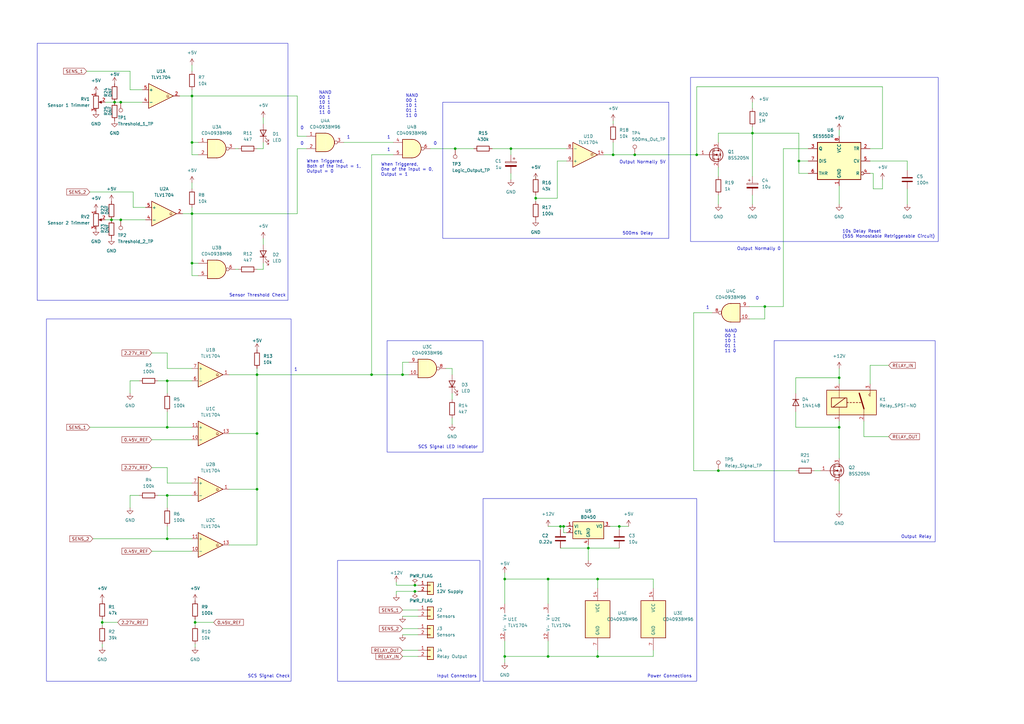
<source format=kicad_sch>
(kicad_sch (version 20250114) (generator "eeschema") (generator_version "9.0")
  (paper "A3")
  (title_block (title "BSPD") (date "2024-06-09") (rev "V4.0") (company "Manchester Stinger Motorsports"))
  (lib_symbols
    (symbol "74xx:74HC00" (pin_names (offset 1.016))
      (property "Reference" "U" (at 0 1.27 0))
      (property "Value" "74HC00" (at 0 -1.27 0))
      (symbol "74HC00_1_1"
        (pin input line (at -7.62 2.54 0) (length 3.81) (name "~") (number "1"))
        (pin input line (at -7.62 -2.54 0) (length 3.81) (name "~") (number "2"))
        (pin output inverted (at 7.62 0 180) (length 3.81) (name "~") (number "3"))
      )
      (symbol "74HC00_1_2"
        (pin input inverted (at -7.62 2.54 0) (length 4.318) (name "~") (number "1"))
        (pin input inverted (at -7.62 -2.54 0) (length 4.318) (name "~") (number "2"))
        (pin output line (at 7.62 0 180) (length 3.81) (name "~") (number "3"))
      )
      (symbol "74HC00_2_1"
        (pin input line (at -7.62 2.54 0) (length 3.81) (name "~") (number "4"))
        (pin input line (at -7.62 -2.54 0) (length 3.81) (name "~") (number "5"))
        (pin output inverted (at 7.62 0 180) (length 3.81) (name "~") (number "6"))
      )
      (symbol "74HC00_2_2"
        (pin input inverted (at -7.62 2.54 0) (length 4.318) (name "~") (number "4"))
        (pin input inverted (at -7.62 -2.54 0) (length 4.318) (name "~") (number "5"))
        (pin output line (at 7.62 0 180) (length 3.81) (name "~") (number "6"))
      )
      (symbol "74HC00_3_1"
        (pin input line (at -7.62 2.54 0) (length 3.81) (name "~") (number "9"))
        (pin input line (at -7.62 -2.54 0) (length 3.81) (name "~") (number "10"))
        (pin output inverted (at 7.62 0 180) (length 3.81) (name "~") (number "8"))
      )
      (symbol "74HC00_3_2"
        (pin input inverted (at -7.62 2.54 0) (length 4.318) (name "~") (number "9"))
        (pin input inverted (at -7.62 -2.54 0) (length 4.318) (name "~") (number "10"))
        (pin output line (at 7.62 0 180) (length 3.81) (name "~") (number "8"))
      )
      (symbol "74HC00_4_1"
        (pin input line (at -7.62 2.54 0) (length 3.81) (name "~") (number "12"))
        (pin input line (at -7.62 -2.54 0) (length 3.81) (name "~") (number "13"))
        (pin output inverted (at 7.62 0 180) (length 3.81) (name "~") (number "11"))
      )
      (symbol "74HC00_4_2"
        (pin input inverted (at -7.62 2.54 0) (length 4.318) (name "~") (number "12"))
        (pin input inverted (at -7.62 -2.54 0) (length 4.318) (name "~") (number "13"))
        (pin output line (at 7.62 0 180) (length 3.81) (name "~") (number "11"))
      )
      (symbol "74HC00_5_0"
        (pin power_in line (at 0 12.7 270) (length 5.08) (name "VCC") (number "14"))
        (pin power_in line (at 0 -12.7 90) (length 5.08) (name "GND") (number "7"))
      )
    )
    (symbol "Comparator:LM339" (pin_names (offset 0.127))
      (property "Reference" "U" (at 0 5.08 0))
      (property "Value" "LM339" (at 0 -5.08 0))
      (symbol "LM339_1_1"
        (pin input line (at -7.62 2.54 0) (length 2.54) (name "+") (number "5"))
        (pin input line (at -7.62 -2.54 0) (length 2.54) (name "-") (number "4"))
        (pin open_collector line (at 7.62 0 180) (length 2.54) (name "~") (number "2"))
      )
      (symbol "LM339_2_1"
        (pin input line (at -7.62 2.54 0) (length 2.54) (name "+") (number "7"))
        (pin input line (at -7.62 -2.54 0) (length 2.54) (name "-") (number "6"))
        (pin open_collector line (at 7.62 0 180) (length 2.54) (name "~") (number "1"))
      )
      (symbol "LM339_3_1"
        (pin input line (at -7.62 2.54 0) (length 2.54) (name "+") (number "11"))
        (pin input line (at -7.62 -2.54 0) (length 2.54) (name "-") (number "10"))
        (pin open_collector line (at 7.62 0 180) (length 2.54) (name "~") (number "13"))
      )
      (symbol "LM339_4_1"
        (pin input line (at -7.62 2.54 0) (length 2.54) (name "+") (number "9"))
        (pin input line (at -7.62 -2.54 0) (length 2.54) (name "-") (number "8"))
        (pin open_collector line (at 7.62 0 180) (length 2.54) (name "~") (number "14"))
      )
      (symbol "LM339_5_1"
        (pin power_in line (at -2.54 7.62 270) (length 3.81) (name "V+") (number "3"))
        (pin power_in line (at -2.54 -7.62 90) (length 3.81) (name "V-") (number "12"))
      )
    )
    (symbol "Connector:TestPoint" (pin_numbers (hide yes)) (pin_names (offset 0.762) (hide yes))
      (property "Reference" "TP" (at 0 6.858 0))
      (property "Value" "TestPoint" (at 0 5.08 0))
      (symbol "TestPoint_1_1"
        (pin passive line (at 0 0 90) (length 2.54) (name "1") (number "1"))
      )
    )
    (symbol "Connector_Generic:Conn_01x02" (pin_names (offset 1.016) (hide yes))
      (property "Reference" "J" (at 0 2.54 0))
      (property "Value" "Conn_01x02" (at 0 -5.08 0))
      (symbol "Conn_01x02_1_1"
        (pin passive line (at -5.08 0 0) (length 3.81) (name "Pin_1") (number "1"))
        (pin passive line (at -5.08 -2.54 0) (length 3.81) (name "Pin_2") (number "2"))
      )
    )
    (symbol "Custom_MSM:MOSFET_N-CH" (pin_names (offset 0) (hide yes))
      (property "Reference" "Q" (at 5.08 1.905 0))
      (property "Value" "BSS205N" (at 5.08 0 0))
      (symbol "MOSFET_N-CH_1_1"
        (pin input line (at -5.08 0 0) (length 2.54) (name "G") (number "1"))
        (pin passive line (at 2.54 5.08 270) (length 2.54) (name "D") (number "3"))
        (pin passive line (at 2.54 -5.08 90) (length 2.54) (name "S") (number "2"))
      )
    )
    (symbol "Custom_MSM:Regulator_Linear_5V"
      (property "Reference" "U" (at -6.35 6.35 0))
      (property "Value" "BD450" (at -6.35 3.81 0))
      (symbol "Regulator_Linear_5V_1_1"
        (pin power_in line (at -8.89 0 0) (length 2.54) (name "VI") (number "1"))
        (pin power_in line (at -8.89 -2.54 0) (length 2.54) (name "CTL") (number "2"))
        (pin power_in line (at 0 -7.62 90) (length 2.54) (name "GND") (number "4"))
        (pin power_out line (at 8.89 0 180) (length 2.54) (name "VO") (number "3"))
      )
    )
    (symbol "Device:C" (pin_numbers (hide yes)) (pin_names (offset 0.254))
      (property "Reference" "C" (at 0.635 2.54 0))
      (property "Value" "C" (at 0.635 -2.54 0))
      (symbol "C_1_1"
        (pin passive line (at 0 3.81 270) (length 2.794) (name "~") (number "1"))
        (pin passive line (at 0 -3.81 90) (length 2.794) (name "~") (number "2"))
      )
    )
    (symbol "Device:C_Polarized" (pin_numbers (hide yes)) (pin_names (offset 0.254))
      (property "Reference" "C" (at 0.635 2.54 0))
      (property "Value" "C_Polarized" (at 0.635 -2.54 0))
      (symbol "C_Polarized_1_1"
        (pin passive line (at 0 3.81 270) (length 2.794) (name "~") (number "1"))
        (pin passive line (at 0 -3.81 90) (length 2.794) (name "~") (number "2"))
      )
    )
    (symbol "Device:LED" (pin_numbers (hide yes)) (pin_names (offset 1.016) (hide yes))
      (property "Reference" "D" (at 0 2.54 0))
      (property "Value" "LED" (at 0 -2.54 0))
      (symbol "LED_1_1"
        (pin passive line (at -3.81 0 0) (length 2.54) (name "K") (number "1"))
        (pin passive line (at 3.81 0 180) (length 2.54) (name "A") (number "2"))
      )
    )
    (symbol "Device:R" (pin_numbers (hide yes)) (pin_names (offset 0))
      (property "Reference" "R" (at 2.032 0 90))
      (property "Value" "R" (at 0 0 90))
      (symbol "R_1_1"
        (pin passive line (at 0 3.81 270) (length 1.27) (name "~") (number "1"))
        (pin passive line (at 0 -3.81 90) (length 1.27) (name "~") (number "2"))
      )
    )
    (symbol "Device:R_Potentiometer" (pin_names (offset 1.016) (hide yes))
      (property "Reference" "RV" (at -4.445 0 90))
      (property "Value" "R_Potentiometer" (at -2.54 0 90))
      (symbol "R_Potentiometer_1_1"
        (pin passive line (at 0 3.81 270) (length 1.27) (name "1") (number "1"))
        (pin passive line (at 0 -3.81 90) (length 1.27) (name "3") (number "3"))
        (pin passive line (at 3.81 0 180) (length 1.27) (name "2") (number "2"))
      )
    )
    (symbol "Diode:1N4148" (pin_numbers (hide yes)) (pin_names (hide yes))
      (property "Reference" "D" (at 0 2.54 0))
      (property "Value" "1N4148" (at 0 -2.54 0))
      (symbol "1N4148_1_1"
        (pin passive line (at -3.81 0 0) (length 2.54) (name "K") (number "1"))
        (pin passive line (at 3.81 0 180) (length 2.54) (name "A") (number "2"))
      )
    )
    (symbol "Relay:Relay_SPST-NO"
      (property "Reference" "K1" (at 11.43 1.27 0))
      (property "Value" "Relay_SPST-NO" (at 11.43 -1.27 0))
      (symbol "Relay_SPST-NO_1_1"
        (pin passive line (at -5.08 7.62 270) (length 2.54) (name "~") (number "5"))
        (pin passive line (at -5.08 -7.62 90) (length 2.54) (name "~") (number "1"))
        (pin passive line (at 5.08 -7.62 90) (length 2.54) (name "~") (number "2"))
        (pin passive line (at 7.62 7.62 270) (length 2.54) (name "~") (number "3"))
      )
    )
    (symbol "Timer:LM555xN"
      (property "Reference" "U" (at -10.16 8.89 0))
      (property "Value" "LM555xN" (at 2.54 8.89 0))
      (symbol "LM555xN_0_0"
        (pin power_in line (at 0 10.16 270) (length 2.54) (name "VCC") (number "8"))
        (pin power_in line (at 0 -10.16 90) (length 2.54) (name "GND") (number "1"))
      )
      (symbol "LM555xN_1_1"
        (pin input line (at -12.7 5.08 0) (length 3.81) (name "TR") (number "2"))
        (pin input line (at -12.7 0 0) (length 3.81) (name "CV") (number "5"))
        (pin input inverted (at -12.7 -5.08 0) (length 3.81) (name "R") (number "4"))
        (pin output line (at 12.7 5.08 180) (length 3.81) (name "Q") (number "3"))
        (pin input line (at 12.7 0 180) (length 3.81) (name "DIS") (number "7"))
        (pin input line (at 12.7 -5.08 180) (length 3.81) (name "THR") (number "6"))
      )
    )
    (symbol "power:+12V" (power) (pin_names (offset 0))
      (property "Value" "+12V" (at 0 3.556 0))
      (symbol "+12V_1_1"
        (pin power_in line (at 0 0 90) (length 0) (hide yes) (name "+12V") (number "1"))
      )
    )
    (symbol "power:+5V" (power) (pin_names (offset 0))
      (property "Value" "+5V" (at 0 3.556 0))
      (symbol "+5V_1_1"
        (pin power_in line (at 0 0 90) (length 0) (hide yes) (name "+5V") (number "1"))
      )
    )
    (symbol "power:GND" (power) (pin_names (offset 0))
      (property "Value" "GND" (at 0 -3.81 0))
      (symbol "GND_1_1"
        (pin power_in line (at 0 0 270) (length 0) (hide yes) (name "GND") (number "1"))
      )
    )
    (symbol "power:PWR_FLAG" (power) (pin_numbers (hide yes)) (pin_names (offset 0) (hide yes))
      (property "Value" "PWR_FLAG" (at 0 3.81 0))
      (symbol "PWR_FLAG_0_0"
        (pin power_out line (at 0 0 90) (length 0) (name "pwr") (number "1"))
      )
    )
  )
  (rectangle (start 19.05 130.81) (end 119.38 279.4))
  (rectangle (start 138.43 229.87) (end 196.85 279.4))
  (rectangle (start 317.5 139.7) (end 383.54 222.25))
  (rectangle (start 283.21 31.75) (end 384.81 99.06))
  (rectangle (start 15.24 17.78) (end 118.11 123.19))
  (rectangle (start 198.12 204.47) (end 285.75 279.4))
  (rectangle (start 181.61 41.91) (end 274.32 97.79))
  (rectangle (start 158.75 139.7) (end 198.12 185.42))
  (text "SCS Signal Check" (at 101.6 278.13 0) (effects (font (size 1.27 1.27)) (justify left bottom)))
  (text "0" (at 177.8 59.69 0) (effects (font (size 1.27 1.27)) (justify left bottom)))
  (text "1" (at 142.24 57.15 0) (effects (font (size 1.27 1.27)) (justify left bottom)))
  (text "When Triggered, \nBoth of the input = 1, \nOutput = 0\n" (at 125.73 71.12 0) (effects (font (size 1.27 1.27)) (justify left bottom)))
  (text "500ms Delay" (at 255.27 96.52 0) (effects (font (size 1.27 1.27)) (justify left bottom)))
  (text "Output Relay" (at 369.57 220.98 0) (effects (font (size 1.27 1.27)) (justify left bottom)))
  (text "0" (at 123.19 59.69 0) (effects (font (size 1.27 1.27)) (justify left bottom)))
  (text "SCS Signal LED Indicator" (at 171.45 184.15 0) (effects (font (size 1.27 1.27)) (justify left bottom)))
  (text "1" (at 158.75 57.15 0) (effects (font (size 1.27 1.27)) (justify left bottom)))
  (text "Power Connections" (at 265.43 278.13 0) (effects (font (size 1.27 1.27)) (justify left bottom)))
  (text "NAND\n00 1\n10 1\n01 1\n11 0\n" (at 130.81 46.99 0) (effects (font (size 1.27 1.27)) (justify left bottom)))
  (text "Sensor Threshold Check" (at 93.98 121.92 0) (effects (font (size 1.27 1.27)) (justify left bottom)))
  (text "0" (at 309.88 123.19 0) (effects (font (size 1.27 1.27)) (justify left bottom)))
  (text "NAND\n00 1\n10 1\n01 1\n11 0\n" (at 297.18 144.78 0) (effects (font (size 1.27 1.27)) (justify left bottom)))
  (text "1" (at 120.65 152.4 0) (effects (font (size 1.27 1.27)) (justify left bottom)))
  (text "Output Normally 5V" (at 254 67.31 0) (effects (font (size 1.27 1.27)) (justify left bottom)))
  (text "Input Connectors\n" (at 179.07 278.13 0) (effects (font (size 1.27 1.27)) (justify left bottom)))
  (text "When Triggered, \n0ne of the input = 0, \nOutput = 1\n" (at 156.21 72.39 0) (effects (font (size 1.27 1.27)) (justify left bottom)))
  (text "10s Delay Reset\n(555 Monostable Retriggerable Circuit)" (at 345.44 97.79 0) (effects (font (size 1.27 1.27)) (justify left bottom)))
  (text "Output Normally 0" (at 302.26 102.87 0) (effects (font (size 1.27 1.27)) (justify left bottom)))
  (text "1" (at 289.56 127 0) (effects (font (size 1.27 1.27)) (justify left bottom)))
  (text "NAND\n00 1\n10 1\n01 1\n11 0\n" (at 166.37 48.26 0) (effects (font (size 1.27 1.27)) (justify left bottom)))
  (text "1" (at 158.75 62.23 0) (effects (font (size 1.27 1.27)) (justify left bottom)))
  (text "0" (at 123.19 53.34 0) (effects (font (size 1.27 1.27)) (justify left bottom)))
  (junction (at 294.64 193.04))
  (junction (at 245.11 269.24))
  (junction (at 219.71 81.28))
  (junction (at 170.18 240.03))
  (junction (at 209.55 60.96))
  (junction (at 186.69 60.96))
  (junction (at 344.17 175.26))
  (junction (at 245.11 237.49))
  (junction (at 78.74 39.37))
  (junction (at 105.41 153.67))
  (junction (at 327.66 66.04))
  (junction (at 105.41 200.66))
  (junction (at 78.74 87.63))
  (junction (at 68.58 175.26))
  (junction (at 68.58 156.21))
  (junction (at 207.01 269.24))
  (junction (at 224.79 269.24))
  (junction (at 78.74 58.42))
  (junction (at 41.91 255.27))
  (junction (at 207.01 237.49))
  (junction (at 251.46 63.5))
  (junction (at 78.74 107.95))
  (junction (at 45.72 90.17))
  (junction (at 308.61 54.61))
  (junction (at 68.58 220.98))
  (junction (at 229.87 215.9))
  (junction (at 231.14 215.9))
  (junction (at 313.69 125.73))
  (junction (at 224.79 237.49))
  (junction (at 46.99 41.91))
  (junction (at 165.1 153.67))
  (junction (at 49.53 41.91))
  (junction (at 80.01 255.27))
  (junction (at 152.4 153.67))
  (junction (at 254 215.9))
  (junction (at 260.35 63.5))
  (junction (at 49.53 90.17))
  (junction (at 170.18 242.57))
  (junction (at 241.3 224.79))
  (junction (at 285.75 63.5))
  (junction (at 344.17 154.94))
  (junction (at 68.58 203.2))
  (junction (at 105.41 177.8))
  (wire (pts (xy 358.14 71.12) (xy 356.87 71.12)))
  (wire (pts (xy 228.6 66.04) (xy 232.41 66.04)))
  (wire (pts (xy 68.58 191.77) (xy 62.23 191.77)))
  (wire (pts (xy 105.41 60.96) (xy 107.95 60.96)))
  (wire (pts (xy 308.61 54.61) (xy 308.61 72.39)))
  (wire (pts (xy 260.35 63.5) (xy 285.75 63.5)))
  (wire (pts (xy 285.75 35.56) (xy 285.75 63.5)))
  (wire (pts (xy 209.55 63.5) (xy 209.55 60.96)))
  (wire (pts (xy 207.01 269.24) (xy 207.01 262.89)))
  (wire (pts (xy 294.64 193.04) (xy 326.39 193.04)))
  (wire (pts (xy 185.42 151.13) (xy 185.42 153.67)))
  (wire (pts (xy 68.58 220.98) (xy 78.74 220.98)))
  (wire (pts (xy 121.92 55.88) (xy 125.73 55.88)))
  (wire (pts (xy 93.98 153.67) (xy 105.41 153.67)))
  (wire (pts (xy 78.74 39.37) (xy 78.74 58.42)))
  (wire (pts (xy 78.74 156.21) (xy 68.58 156.21)))
  (wire (pts (xy 78.74 74.93) (xy 78.74 77.47)))
  (wire (pts (xy 167.64 148.59) (xy 165.1 148.59)))
  (wire (pts (xy 326.39 168.91) (xy 326.39 175.26)))
  (wire (pts (xy 93.98 223.52) (xy 105.41 223.52)))
  (wire (pts (xy 313.69 125.73) (xy 313.69 130.81)))
  (wire (pts (xy 229.87 215.9) (xy 231.14 215.9)))
  (wire (pts (xy 358.14 77.47) (xy 358.14 71.12)))
  (wire (pts (xy 209.55 71.12) (xy 209.55 73.66)))
  (wire (pts (xy 245.11 237.49) (xy 245.11 241.3)))
  (wire (pts (xy 284.48 128.27) (xy 284.48 193.04)))
  (wire (pts (xy 344.17 55.88) (xy 344.17 53.34)))
  (wire (pts (xy 372.11 83.82) (xy 372.11 77.47)))
  (wire (pts (xy 68.58 198.12) (xy 78.74 198.12)))
  (wire (pts (xy 356.87 60.96) (xy 361.95 60.96)))
  (wire (pts (xy 327.66 66.04) (xy 331.47 66.04)))
  (wire (pts (xy 68.58 151.13) (xy 78.74 151.13)))
  (wire (pts (xy 74.93 87.63) (xy 78.74 87.63)))
  (wire (pts (xy 54.61 78.74) (xy 36.83 78.74)))
  (wire (pts (xy 285.75 63.5) (xy 287.02 63.5)))
  (wire (pts (xy 229.87 224.79) (xy 241.3 224.79)))
  (wire (pts (xy 170.18 242.57) (xy 171.45 242.57)))
  (wire (pts (xy 78.74 87.63) (xy 121.92 87.63)))
  (wire (pts (xy 78.74 39.37) (xy 78.74 36.83)))
  (wire (pts (xy 105.41 153.67) (xy 105.41 177.8)))
  (wire (pts (xy 62.23 180.34) (xy 78.74 180.34)))
  (wire (pts (xy 334.01 193.04) (xy 336.55 193.04)))
  (wire (pts (xy 185.42 163.83) (xy 185.42 161.29)))
  (wire (pts (xy 326.39 175.26) (xy 344.17 175.26)))
  (wire (pts (xy 284.48 193.04) (xy 294.64 193.04)))
  (wire (pts (xy 41.91 255.27) (xy 48.26 255.27)))
  (wire (pts (xy 331.47 71.12) (xy 327.66 71.12)))
  (wire (pts (xy 245.11 237.49) (xy 267.97 237.49)))
  (wire (pts (xy 219.71 80.01) (xy 219.71 81.28)))
  (wire (pts (xy 53.34 203.2) (xy 57.15 203.2)))
  (wire (pts (xy 107.95 60.96) (xy 107.95 58.42)))
  (wire (pts (xy 49.53 90.17) (xy 59.69 90.17)))
  (wire (pts (xy 294.64 58.42) (xy 294.64 54.61)))
  (wire (pts (xy 308.61 54.61) (xy 327.66 54.61)))
  (wire (pts (xy 78.74 58.42) (xy 78.74 63.5)))
  (wire (pts (xy 80.01 265.43) (xy 80.01 264.16)))
  (wire (pts (xy 68.58 208.28) (xy 68.58 203.2)))
  (wire (pts (xy 53.34 36.83) (xy 58.42 36.83)))
  (wire (pts (xy 107.95 48.26) (xy 107.95 50.8)))
  (wire (pts (xy 254 224.79) (xy 241.3 224.79)))
  (wire (pts (xy 308.61 41.91) (xy 308.61 44.45)))
  (wire (pts (xy 152.4 153.67) (xy 165.1 153.67)))
  (wire (pts (xy 68.58 156.21) (xy 64.77 156.21)))
  (wire (pts (xy 207.01 237.49) (xy 207.01 234.95)))
  (wire (pts (xy 186.69 60.96) (xy 194.31 60.96)))
  (wire (pts (xy 93.98 177.8) (xy 105.41 177.8)))
  (wire (pts (xy 344.17 175.26) (xy 344.17 187.96)))
  (wire (pts (xy 219.71 81.28) (xy 219.71 82.55)))
  (wire (pts (xy 247.65 63.5) (xy 251.46 63.5)))
  (wire (pts (xy 165.1 153.67) (xy 167.64 153.67)))
  (wire (pts (xy 224.79 262.89) (xy 224.79 269.24)))
  (wire (pts (xy 105.41 151.13) (xy 105.41 153.67)))
  (wire (pts (xy 209.55 60.96) (xy 232.41 60.96)))
  (wire (pts (xy 171.45 240.03) (xy 170.18 240.03)))
  (wire (pts (xy 326.39 154.94) (xy 344.17 154.94)))
  (wire (pts (xy 294.64 80.01) (xy 294.64 83.82)))
  (wire (pts (xy 152.4 63.5) (xy 152.4 153.67)))
  (wire (pts (xy 219.71 81.28) (xy 228.6 81.28)))
  (wire (pts (xy 121.92 39.37) (xy 121.92 55.88)))
  (wire (pts (xy 152.4 63.5) (xy 161.29 63.5)))
  (wire (pts (xy 284.48 128.27) (xy 292.1 128.27)))
  (wire (pts (xy 105.41 200.66) (xy 105.41 177.8)))
  (wire (pts (xy 121.92 60.96) (xy 125.73 60.96)))
  (wire (pts (xy 308.61 80.01) (xy 308.61 83.82)))
  (wire (pts (xy 41.91 254) (xy 41.91 255.27)))
  (wire (pts (xy 93.98 200.66) (xy 105.41 200.66)))
  (wire (pts (xy 62.23 226.06) (xy 78.74 226.06)))
  (wire (pts (xy 327.66 71.12) (xy 327.66 66.04)))
  (wire (pts (xy 267.97 237.49) (xy 267.97 241.3)))
  (wire (pts (xy 54.61 85.09) (xy 54.61 78.74)))
  (wire (pts (xy 321.31 60.96) (xy 331.47 60.96)))
  (wire (pts (xy 78.74 39.37) (xy 121.92 39.37)))
  (wire (pts (xy 176.53 60.96) (xy 186.69 60.96)))
  (wire (pts (xy 68.58 168.91) (xy 68.58 175.26)))
  (wire (pts (xy 245.11 269.24) (xy 245.11 266.7)))
  (wire (pts (xy 308.61 52.07) (xy 308.61 54.61)))
  (wire (pts (xy 96.52 110.49) (xy 97.79 110.49)))
  (wire (pts (xy 140.97 58.42) (xy 161.29 58.42)))
  (wire (pts (xy 68.58 156.21) (xy 68.58 161.29)))
  (wire (pts (xy 81.28 63.5) (xy 78.74 63.5)))
  (wire (pts (xy 105.41 223.52) (xy 105.41 200.66)))
  (wire (pts (xy 162.56 242.57) (xy 170.18 242.57)))
  (wire (pts (xy 361.95 77.47) (xy 358.14 77.47)))
  (wire (pts (xy 53.34 29.21) (xy 53.34 36.83)))
  (wire (pts (xy 267.97 269.24) (xy 267.97 266.7)))
  (wire (pts (xy 307.34 130.81) (xy 313.69 130.81)))
  (wire (pts (xy 182.88 151.13) (xy 185.42 151.13)))
  (wire (pts (xy 361.95 35.56) (xy 285.75 35.56)))
  (wire (pts (xy 307.34 125.73) (xy 313.69 125.73)))
  (wire (pts (xy 78.74 26.67) (xy 78.74 29.21)))
  (wire (pts (xy 245.11 269.24) (xy 267.97 269.24)))
  (wire (pts (xy 53.34 156.21) (xy 57.15 156.21)))
  (wire (pts (xy 107.95 110.49) (xy 107.95 107.95)))
  (wire (pts (xy 231.14 215.9) (xy 232.41 215.9)))
  (wire (pts (xy 372.11 69.85) (xy 372.11 66.04)))
  (wire (pts (xy 80.01 255.27) (xy 80.01 256.54)))
  (wire (pts (xy 53.34 156.21) (xy 53.34 161.29)))
  (wire (pts (xy 49.53 41.91) (xy 58.42 41.91)))
  (wire (pts (xy 78.74 58.42) (xy 81.28 58.42)))
  (wire (pts (xy 38.1 220.98) (xy 68.58 220.98)))
  (wire (pts (xy 165.1 148.59) (xy 165.1 153.67)))
  (wire (pts (xy 224.79 269.24) (xy 245.11 269.24)))
  (wire (pts (xy 326.39 161.29) (xy 326.39 154.94)))
  (wire (pts (xy 254 215.9) (xy 254 217.17)))
  (wire (pts (xy 321.31 60.96) (xy 321.31 125.73)))
  (wire (pts (xy 344.17 172.72) (xy 344.17 175.26)))
  (wire (pts (xy 68.58 198.12) (xy 68.58 191.77)))
  (wire (pts (xy 78.74 107.95) (xy 81.28 107.95)))
  (wire (pts (xy 321.31 125.73) (xy 313.69 125.73)))
  (wire (pts (xy 344.17 83.82) (xy 344.17 76.2)))
  (wire (pts (xy 81.28 113.03) (xy 78.74 113.03)))
  (wire (pts (xy 165.1 266.7) (xy 171.45 266.7)))
  (wire (pts (xy 224.79 215.9) (xy 229.87 215.9)))
  (wire (pts (xy 251.46 63.5) (xy 251.46 58.42)))
  (wire (pts (xy 207.01 237.49) (xy 224.79 237.49)))
  (wire (pts (xy 78.74 107.95) (xy 78.74 113.03)))
  (wire (pts (xy 354.33 179.07) (xy 364.49 179.07)))
  (wire (pts (xy 356.87 149.86) (xy 356.87 157.48)))
  (wire (pts (xy 207.01 269.24) (xy 207.01 271.78)))
  (wire (pts (xy 241.3 223.52) (xy 241.3 224.79)))
  (wire (pts (xy 35.56 29.21) (xy 53.34 29.21)))
  (wire (pts (xy 68.58 151.13) (xy 68.58 144.78)))
  (wire (pts (xy 327.66 54.61) (xy 327.66 66.04)))
  (wire (pts (xy 43.18 41.91) (xy 46.99 41.91)))
  (wire (pts (xy 53.34 208.28) (xy 53.34 203.2)))
  (wire (pts (xy 78.74 87.63) (xy 78.74 107.95)))
  (wire (pts (xy 80.01 254) (xy 80.01 255.27)))
  (wire (pts (xy 250.19 215.9) (xy 254 215.9)))
  (wire (pts (xy 43.18 90.17) (xy 45.72 90.17)))
  (wire (pts (xy 344.17 151.13) (xy 344.17 154.94)))
  (wire (pts (xy 294.64 54.61) (xy 308.61 54.61)))
  (wire (pts (xy 361.95 73.66) (xy 361.95 77.47)))
  (wire (pts (xy 162.56 243.84) (xy 162.56 242.57)))
  (wire (pts (xy 165.1 260.35) (xy 171.45 260.35)))
  (wire (pts (xy 68.58 175.26) (xy 78.74 175.26)))
  (wire (pts (xy 105.41 110.49) (xy 107.95 110.49)))
  (wire (pts (xy 68.58 203.2) (xy 64.77 203.2)))
  (wire (pts (xy 294.64 68.58) (xy 294.64 72.39)))
  (wire (pts (xy 228.6 66.04) (xy 228.6 81.28)))
  (wire (pts (xy 41.91 265.43) (xy 41.91 264.16)))
  (wire (pts (xy 361.95 60.96) (xy 361.95 35.56)))
  (wire (pts (xy 254 215.9) (xy 257.81 215.9)))
  (wire (pts (xy 219.71 72.39) (xy 219.71 73.66)))
  (wire (pts (xy 54.61 85.09) (xy 59.69 85.09)))
  (wire (pts (xy 207.01 237.49) (xy 207.01 247.65)))
  (wire (pts (xy 96.52 60.96) (xy 97.79 60.96)))
  (wire (pts (xy 231.14 218.44) (xy 231.14 215.9)))
  (wire (pts (xy 251.46 63.5) (xy 260.35 63.5)))
  (wire (pts (xy 344.17 154.94) (xy 344.17 157.48)))
  (wire (pts (xy 165.1 257.81) (xy 171.45 257.81)))
  (wire (pts (xy 232.41 218.44) (xy 231.14 218.44)))
  (wire (pts (xy 251.46 50.8) (xy 251.46 49.53)))
  (wire (pts (xy 165.1 252.73) (xy 171.45 252.73)))
  (wire (pts (xy 344.17 198.12) (xy 344.17 209.55)))
  (wire (pts (xy 224.79 269.24) (xy 207.01 269.24)))
  (wire (pts (xy 80.01 255.27) (xy 87.63 255.27)))
  (wire (pts (xy 121.92 87.63) (xy 121.92 60.96)))
  (wire (pts (xy 224.79 237.49) (xy 245.11 237.49)))
  (wire (pts (xy 41.91 255.27) (xy 41.91 256.54)))
  (wire (pts (xy 224.79 237.49) (xy 224.79 247.65)))
  (wire (pts (xy 165.1 250.19) (xy 171.45 250.19)))
  (wire (pts (xy 229.87 215.9) (xy 229.87 217.17)))
  (wire (pts (xy 46.99 41.91) (xy 49.53 41.91)))
  (wire (pts (xy 105.41 153.67) (xy 152.4 153.67)))
  (wire (pts (xy 73.66 39.37) (xy 78.74 39.37)))
  (wire (pts (xy 171.45 269.24) (xy 165.1 269.24)))
  (wire (pts (xy 68.58 215.9) (xy 68.58 220.98)))
  (wire (pts (xy 162.56 240.03) (xy 170.18 240.03)))
  (wire (pts (xy 364.49 149.86) (xy 356.87 149.86)))
  (wire (pts (xy 78.74 203.2) (xy 68.58 203.2)))
  (wire (pts (xy 354.33 172.72) (xy 354.33 179.07)))
  (wire (pts (xy 201.93 60.96) (xy 209.55 60.96)))
  (wire (pts (xy 185.42 173.99) (xy 185.42 171.45)))
  (wire (pts (xy 68.58 144.78) (xy 62.23 144.78)))
  (wire (pts (xy 78.74 85.09) (xy 78.74 87.63)))
  (wire (pts (xy 45.72 90.17) (xy 49.53 90.17)))
  (wire (pts (xy 36.83 175.26) (xy 68.58 175.26)))
  (wire (pts (xy 162.56 238.76) (xy 162.56 240.03)))
  (wire (pts (xy 241.3 224.79) (xy 241.3 229.87)))
  (wire (pts (xy 107.95 97.79) (xy 107.95 100.33)))
  (wire (pts (xy 372.11 66.04) (xy 356.87 66.04)))
  (global_label "0.45V_REF" (shape input) (at 87.63 255.27 0) (property "Intersheetrefs" "${INTERSHEET_REFS}" (effects (hide yes))))
  (global_label "SENS_1" (shape input) (at 165.1 250.19 180) (property "Intersheetrefs" "${INTERSHEET_REFS}" (effects (hide yes))))
  (global_label "SENS_1" (shape input) (at 36.83 175.26 180) (property "Intersheetrefs" "${INTERSHEET_REFS}" (effects (hide yes))))
  (global_label "2.27V_REF" (shape input) (at 48.26 255.27 0) (property "Intersheetrefs" "${INTERSHEET_REFS}" (effects (hide yes))))
  (global_label "SENS_2" (shape input) (at 165.1 257.81 180) (property "Intersheetrefs" "${INTERSHEET_REFS}" (effects (hide yes))))
  (global_label "2.27V_REF" (shape input) (at 62.23 191.77 180) (property "Intersheetrefs" "${INTERSHEET_REFS}" (effects (hide yes))))
  (global_label "RELAY_IN" (shape input) (at 364.49 149.86 0) (property "Intersheetrefs" "${INTERSHEET_REFS}" (effects (hide yes))))
  (global_label "SENS_2" (shape input) (at 36.83 78.74 180) (property "Intersheetrefs" "${INTERSHEET_REFS}" (effects (hide yes))))
  (global_label "0.45V_REF" (shape input) (at 62.23 180.34 180) (property "Intersheetrefs" "${INTERSHEET_REFS}" (effects (hide yes))))
  (global_label "RELAY_IN" (shape input) (at 165.1 269.24 180) (property "Intersheetrefs" "${INTERSHEET_REFS}" (effects (hide yes))))
  (global_label "2.27V_REF" (shape input) (at 62.23 144.78 180) (property "Intersheetrefs" "${INTERSHEET_REFS}" (effects (hide yes))))
  (global_label "SENS_2" (shape input) (at 38.1 220.98 180) (property "Intersheetrefs" "${INTERSHEET_REFS}" (effects (hide yes))))
  (global_label "RELAY_OUT" (shape input) (at 364.49 179.07 0) (property "Intersheetrefs" "${INTERSHEET_REFS}" (effects (hide yes))))
  (global_label "0.45V_REF" (shape input) (at 62.23 226.06 180) (property "Intersheetrefs" "${INTERSHEET_REFS}" (effects (hide yes))))
  (global_label "RELAY_OUT" (shape input) (at 165.1 266.7 180) (property "Intersheetrefs" "${INTERSHEET_REFS}" (effects (hide yes))))
  (global_label "SENS_1" (shape input) (at 35.56 29.21 180) (property "Intersheetrefs" "${INTERSHEET_REFS}" (effects (hide yes))))
  (symbol (lib_id "Connector:TestPoint") (at 49.53 41.91 180) (unit 1)
    (property "Reference" "TP1" (at 48.26 48.26 0) (effects (justify right)))
    (property "Value" "Threshold_1_TP" (at 48.26 50.8 0) (effects (justify right)))
    (property "Footprint" "TestPoint:TestPoint_Pad_2.0x2.0mm" (effects (hide yes)))
  )
  (symbol (lib_id "Device:R") (at 45.72 86.36 180) (unit 1)
    (property "Reference" "R22" (at 42.164 86.106 90))
    (property "Value" "DNF" (at 43.942 86.106 90))
    (property "Footprint" "Resistor_SMD:R_0603_1608Metric" (effects (hide yes)))
    (property "Description" "Resistor" (effects (hide yes)))
  )
  (symbol (lib_id "Comparator:LM339") (at 86.36 223.52 0) (unit 3)
    (property "Reference" "U2" (at 86.36 213.36 0))
    (property "Value" "TLV1704" (at 86.36 215.9 0))
    (property "Footprint" "CustomFootprints:PW14_TEX" (effects (hide yes)))
    (property "Datasheet" "https://www.st.com/resource/en/datasheet/lm139.pdf" (effects (hide yes)))
  )
  (symbol (lib_id "Custom_MSM:Regulator_Linear_5V") (at 241.3 215.9 0) (unit 1)
    (property "Reference" "U5" (at 241.3 209.55 0))
    (property "Value" "BD450" (at 241.3 212.09 0))
    (property "Footprint" "Custom_MSM:Regulator_Linear_SOT-223-4" (effects (hide yes)))
    (property "Datasheet" "https://fscdn.rohm.com/en/products/databook/datasheet/ic/power/linear_regulator/bd4xxm2-c-e.pdf" (effects (hide yes)))
    (property "Description" "MSM standard 4-pin 5V linear regulator" (effects (hide yes)))
    (property "MFN" "Rohm Semiconductor" (effects (hide yes)))
    (property "MFP" "BD450M2WFP3-CE2" (effects (hide yes)))
    (property "S1PN" "755-BD450M2WFP3-CE2" (effects (hide yes)))
    (property "S1PL" "https://mou.sr/4omWtuB" (effects (hide yes)))
    (property "S2PN" "BD450M2WFP3-CE2CT-ND" (effects (hide yes)))
    (property "S2PL" "https://www.digikey.co.uk/short/7jvpmww4" (effects (hide yes)))
  )
  (symbol (lib_id "Device:R") (at 219.71 76.2 0) (unit 1)
    (property "Reference" "R16" (at 222.25 74.93 0) (effects (justify left)))
    (property "Value" "43k" (at 222.25 77.47 0) (effects (justify left)))
    (property "Footprint" "Resistor_SMD:R_0603_1608Metric" (effects (hide yes)))
  )
  (symbol (lib_id "Device:R_Potentiometer") (at 39.37 41.91 0) (unit 1)
    (property "Reference" "RV1" (at 36.83 40.64 0) (effects (justify right)))
    (property "Value" "Sensor 1 Trimmer" (at 36.83 43.18 0) (effects (justify right)))
    (property "Footprint" "Custom_MSM:Bourns_3314G-1" (effects (hide yes)))
  )
  (symbol (lib_id "Connector_Generic:Conn_01x02") (at 176.53 240.03 0) (unit 1)
    (property "Reference" "J1" (at 179.07 240.03 0) (effects (justify left)))
    (property "Value" "12V Supply" (at 179.07 242.57 0) (effects (justify left)))
    (property "Footprint" "Connector_JST:JST_XA_S02B-XASK-1_1x02_P2.50mm_Horizontal" (effects (hide yes)))
  )
  (symbol (lib_id "power:+12V") (at 162.56 238.76 0) (unit 1)
    (property "Reference" "#PWR016" (effects (hide yes)))
    (property "Value" "+12V" (at 162.56 234.95 0))
  )
  (symbol (lib_id "74xx:74HC00") (at 245.11 254 0) (mirror y) (unit 5)
    (property "Reference" "U4" (at 255.27 251.46 0))
    (property "Value" "CD4093BM96" (at 255.27 254 0))
    (property "Footprint" "customFootprints:SOIC127P600X175-14N" (effects (hide yes)))
    (property "Datasheet" "http://www.ti.com/lit/gpn/sn74hc00" (effects (hide yes)))
  )
  (symbol (lib_id "Device:R") (at 60.96 156.21 90) (unit 1)
    (property "Reference" "R3" (at 60.96 149.86 90))
    (property "Value" "100k" (at 60.96 152.4 90))
    (property "Footprint" "Resistor_SMD:R_0603_1608Metric" (effects (hide yes)))
  )
  (symbol (lib_id "Comparator:LM339") (at 209.55 255.27 0) (unit 5)
    (property "Reference" "U1" (at 208.28 254 0) (effects (justify left)))
    (property "Value" "TLV1704" (at 208.28 256.54 0) (effects (justify left)))
    (property "Footprint" "CustomFootprints:PW14_TEX" (effects (hide yes)))
    (property "Datasheet" "https://www.st.com/resource/en/datasheet/lm139.pdf" (effects (hide yes)))
  )
  (symbol (lib_id "power:+5V") (at 78.74 74.93 0) (unit 1)
    (property "Reference" "#PWR010" (effects (hide yes)))
    (property "Value" "+5V" (at 78.74 69.85 0))
  )
  (symbol (lib_id "74xx:74HC00") (at 175.26 151.13 0) (unit 3)
    (property "Reference" "U3" (at 175.2517 142.24 0))
    (property "Value" "CD4093BM96" (at 175.2517 144.78 0))
    (property "Footprint" "customFootprints:SOIC127P600X175-14N" (effects (hide yes)))
    (property "Datasheet" "http://www.ti.com/lit/gpn/sn74hc00" (effects (hide yes)))
  )
  (symbol (lib_id "Connector_Generic:Conn_01x02") (at 176.53 250.19 0) (unit 1)
    (property "Reference" "J2" (at 179.07 250.19 0) (effects (justify left)))
    (property "Value" "Sensors" (at 179.07 252.73 0) (effects (justify left)))
    (property "Footprint" "Connector_JST:JST_XA_S02B-XASK-1_1x02_P2.50mm_Horizontal" (effects (hide yes)))
  )
  (symbol (lib_id "Device:R") (at 45.72 93.98 180) (unit 1)
    (property "Reference" "R23" (at 42.164 93.726 90))
    (property "Value" "DNF" (at 43.942 93.726 90))
    (property "Footprint" "Resistor_SMD:R_0603_1608Metric" (effects (hide yes)))
    (property "Description" "Resistor" (effects (hide yes)))
  )
  (symbol (lib_id "Device:C") (at 229.87 220.98 0) (unit 1)
    (property "Reference" "C2" (at 222.25 219.71 0) (effects (justify left)))
    (property "Value" "0.22u" (at 220.98 222.25 0) (effects (justify left)))
    (property "Footprint" "Capacitor_SMD:C_0603_1608Metric" (effects (hide yes)))
  )
  (symbol (lib_id "power:GND") (at 53.34 161.29 0) (unit 1)
    (property "Reference" "#PWR07" (effects (hide yes)))
    (property "Value" "GND" (at 53.34 166.37 0))
  )
  (symbol (lib_id "Device:R") (at 101.6 110.49 90) (unit 1)
    (property "Reference" "R12" (at 101.6 104.14 90))
    (property "Value" "4k7" (at 101.6 106.68 90))
    (property "Footprint" "Resistor_SMD:R_0603_1608Metric" (effects (hide yes)))
  )
  (symbol (lib_id "Device:C") (at 372.11 73.66 0) (mirror y) (unit 1)
    (property "Reference" "C5" (at 375.92 72.39 0) (effects (justify right)))
    (property "Value" "100n" (at 375.92 74.93 0) (effects (justify right)))
    (property "Footprint" "Capacitor_SMD:C_0603_1608Metric" (effects (hide yes)))
  )
  (symbol (lib_id "power:+5V") (at 251.46 49.53 0) (unit 1)
    (property "Reference" "#PWR026" (effects (hide yes)))
    (property "Value" "+5V" (at 251.46 44.45 0))
  )
  (symbol (lib_id "Device:R") (at 41.91 260.35 0) (unit 1)
    (property "Reference" "R2" (at 44.45 259.08 0) (effects (justify left)))
    (property "Value" "39k" (at 44.45 261.62 0) (effects (justify left)))
    (property "Footprint" "Resistor_SMD:R_0603_1608Metric" (effects (hide yes)))
  )
  (symbol (lib_id "Comparator:LM339") (at 86.36 153.67 0) (unit 2)
    (property "Reference" "U1" (at 86.36 143.51 0))
    (property "Value" "TLV1704" (at 86.36 146.05 0))
    (property "Footprint" "CustomFootprints:PW14_TEX" (effects (hide yes)))
    (property "Datasheet" "https://www.st.com/resource/en/datasheet/lm139.pdf" (effects (hide yes)))
  )
  (symbol (lib_id "power:+5V") (at 219.71 73.66 0) (unit 1)
    (property "Reference" "#PWR022" (effects (hide yes)))
    (property "Value" "+5V" (at 219.71 68.58 0))
  )
  (symbol (lib_id "power:GND") (at 39.37 45.72 0) (unit 1)
    (property "Reference" "#PWR02" (effects (hide yes)))
    (property "Value" "GND" (at 39.37 50.8 0))
  )
  (symbol (lib_id "Connector:TestPoint") (at 49.53 90.17 180) (unit 1)
    (property "Reference" "TP2" (at 48.26 96.52 0) (effects (justify right)))
    (property "Value" "Threshold_2_TP" (at 48.26 99.06 0) (effects (justify right)))
    (property "Footprint" "TestPoint:TestPoint_Pad_2.0x2.0mm" (effects (hide yes)))
  )
  (symbol (lib_id "power:+5V") (at 41.91 246.38 0) (unit 1)
    (property "Reference" "#PWR05" (effects (hide yes)))
    (property "Value" "+5V" (at 41.91 241.3 0))
  )
  (symbol (lib_id "power:GND") (at 344.17 209.55 0) (unit 1)
    (property "Reference" "#PWR034" (effects (hide yes)))
    (property "Value" "GND" (at 344.17 214.63 0))
  )
  (symbol (lib_id "Relay:Relay_SPST-NO") (at 349.25 165.1 0) (unit 1)
    (property "Reference" "K1" (at 360.68 163.83 0) (effects (justify left)))
    (property "Value" "Relay_SPST-NO" (at 360.68 166.37 0) (effects (justify left)))
    (property "Footprint" "CustomFootprints:RELAY_G6RN-1_OMR" (effects (hide yes)))
  )
  (symbol (lib_id "Comparator:LM339") (at 66.04 39.37 0) (unit 1)
    (property "Reference" "U1" (at 66.04 29.21 0))
    (property "Value" "TLV1704" (at 66.04 31.75 0))
    (property "Footprint" "CustomFootprints:PW14_TEX" (effects (hide yes)))
    (property "Datasheet" "https://www.st.com/resource/en/datasheet/lm139.pdf" (effects (hide yes)))
  )
  (symbol (lib_id "Device:R") (at 68.58 212.09 0) (unit 1)
    (property "Reference" "R6" (at 71.12 210.82 0) (effects (justify left)))
    (property "Value" "100k" (at 71.12 213.36 0) (effects (justify left)))
    (property "Footprint" "Resistor_SMD:R_0603_1608Metric" (effects (hide yes)))
  )
  (symbol (lib_id "Device:R") (at 68.58 165.1 0) (unit 1)
    (property "Reference" "R5" (at 71.12 163.83 0) (effects (justify left)))
    (property "Value" "100k" (at 71.12 166.37 0) (effects (justify left)))
    (property "Footprint" "Resistor_SMD:R_0603_1608Metric" (effects (hide yes)))
  )
  (symbol (lib_id "Comparator:LM339") (at 86.36 200.66 0) (unit 2)
    (property "Reference" "U2" (at 86.36 190.5 0))
    (property "Value" "TLV1704" (at 86.36 193.04 0))
    (property "Footprint" "CustomFootprints:PW14_TEX" (effects (hide yes)))
    (property "Datasheet" "https://www.st.com/resource/en/datasheet/lm139.pdf" (effects (hide yes)))
  )
  (symbol (lib_id "power:PWR_FLAG") (at 170.18 240.03 0) (unit 1)
    (property "Reference" "#FLG01" (effects (hide yes)))
    (property "Value" "PWR_FLAG" (at 172.72 236.22 0))
  )
  (symbol (lib_id "power:GND") (at 46.99 49.53 0) (unit 1)
    (property "Reference" "#PWR040" (effects (hide yes)))
    (property "Value" "GND" (at 46.99 54.61 0))
  )
  (symbol (lib_id "power:+5V") (at 361.95 73.66 0) (mirror y) (unit 1)
    (property "Reference" "#PWR035" (effects (hide yes)))
    (property "Value" "+5V" (at 361.95 68.58 0))
  )
  (symbol (lib_id "power:GND") (at 209.55 73.66 0) (mirror y) (unit 1)
    (property "Reference" "#PWR021" (effects (hide yes)))
    (property "Value" "GND" (at 209.55 78.74 0))
  )
  (symbol (lib_id "Device:R") (at 219.71 86.36 0) (unit 1)
    (property "Reference" "R17" (at 222.25 85.09 0) (effects (justify left)))
    (property "Value" "100k" (at 222.25 87.63 0) (effects (justify left)))
    (property "Footprint" "Resistor_SMD:R_0603_1608Metric" (effects (hide yes)))
  )
  (symbol (lib_id "power:GND") (at 165.1 252.73 0) (unit 1)
    (property "Reference" "#PWR041" (effects (hide yes)))
    (property "Value" "GND" (effects (hide yes)))
  )
  (symbol (lib_id "Device:R") (at 80.01 250.19 0) (unit 1)
    (property "Reference" "R9" (at 82.55 248.92 0) (effects (justify left)))
    (property "Value" "100k" (at 82.55 251.46 0) (effects (justify left)))
    (property "Footprint" "Resistor_SMD:R_0603_1608Metric" (effects (hide yes)))
  )
  (symbol (lib_id "Device:R") (at 46.99 38.1 180) (unit 1)
    (property "Reference" "R24" (at 43.434 37.846 90))
    (property "Value" "DNF" (at 45.212 37.846 90))
    (property "Footprint" "Resistor_SMD:R_0603_1608Metric" (effects (hide yes)))
    (property "Description" "Resistor" (effects (hide yes)))
  )
  (symbol (lib_id "power:+5V") (at 257.81 215.9 0) (unit 1)
    (property "Reference" "#PWR027" (effects (hide yes)))
    (property "Value" "+5V" (at 257.81 210.82 0))
  )
  (symbol (lib_id "power:+5V") (at 78.74 26.67 0) (unit 1)
    (property "Reference" "#PWR09" (effects (hide yes)))
    (property "Value" "+5V" (at 78.74 21.59 0))
  )
  (symbol (lib_id "Device:LED") (at 107.95 54.61 90) (unit 1)
    (property "Reference" "D1" (at 111.76 54.9275 90) (effects (justify right)))
    (property "Value" "LED" (at 111.76 57.4675 90) (effects (justify right)))
    (property "Footprint" "LED_SMD:LED_0603_1608Metric" (effects (hide yes)))
  )
  (symbol (lib_id "power:+5V") (at 207.01 234.95 0) (unit 1)
    (property "Reference" "#PWR019" (effects (hide yes)))
    (property "Value" "+5V" (at 207.01 231.14 0))
  )
  (symbol (lib_id "Device:R") (at 46.99 45.72 180) (unit 1)
    (property "Reference" "R25" (at 43.434 45.466 90))
    (property "Value" "DNF" (at 45.212 45.466 90))
    (property "Footprint" "Resistor_SMD:R_0603_1608Metric" (effects (hide yes)))
    (property "Description" "Resistor" (effects (hide yes)))
  )
  (symbol (lib_id "Comparator:LM339") (at 86.36 177.8 0) (unit 3)
    (property "Reference" "U1" (at 86.36 167.64 0))
    (property "Value" "TLV1704" (at 86.36 170.18 0))
    (property "Footprint" "CustomFootprints:PW14_TEX" (effects (hide yes)))
    (property "Datasheet" "https://www.st.com/resource/en/datasheet/lm139.pdf" (effects (hide yes)))
  )
  (symbol (lib_id "Connector:TestPoint") (at 186.69 60.96 180) (unit 1)
    (property "Reference" "TP3" (at 185.42 67.31 0) (effects (justify right)))
    (property "Value" "Logic_Output_TP" (at 185.42 69.85 0) (effects (justify right)))
    (property "Footprint" "TestPoint:TestPoint_Pad_2.0x2.0mm" (effects (hide yes)))
  )
  (symbol (lib_id "74xx:74HC00") (at 267.97 254 0) (mirror y) (unit 5)
    (property "Reference" "U3" (at 278.13 251.46 0))
    (property "Value" "CD4093BM96" (at 278.13 254 0))
    (property "Footprint" "customFootprints:SOIC127P600X175-14N" (effects (hide yes)))
    (property "Datasheet" "http://www.ti.com/lit/gpn/sn74hc00" (effects (hide yes)))
  )
  (symbol (lib_id "power:GND") (at 344.17 83.82 0) (unit 1)
    (property "Reference" "#PWR032" (effects (hide yes)))
    (property "Value" "GND" (at 344.17 88.9 0))
  )
  (symbol (lib_id "Device:R") (at 41.91 250.19 0) (unit 1)
    (property "Reference" "R1" (at 44.45 248.92 0) (effects (justify left)))
    (property "Value" "47k" (at 44.45 251.46 0) (effects (justify left)))
    (property "Footprint" "Resistor_SMD:R_0603_1608Metric" (effects (hide yes)))
  )
  (symbol (lib_id "74xx:74HC00") (at 88.9 110.49 0) (unit 2)
    (property "Reference" "U3" (at 88.8917 101.6 0))
    (property "Value" "CD4093BM96" (at 88.8917 104.14 0))
    (property "Footprint" "customFootprints:SOIC127P600X175-14N" (effects (hide yes)))
    (property "Datasheet" "http://www.ti.com/lit/gpn/sn74hc00" (effects (hide yes)))
  )
  (symbol (lib_id "power:GND") (at 165.1 260.35 0) (unit 1)
    (property "Reference" "#PWR042" (effects (hide yes)))
    (property "Value" "GND" (effects (hide yes)))
  )
  (symbol (lib_id "power:GND") (at 294.64 83.82 0) (unit 1)
    (property "Reference" "#PWR028" (effects (hide yes)))
    (property "Value" "GND" (at 294.64 88.9 0))
  )
  (symbol (lib_id "power:GND") (at 308.61 83.82 0) (unit 1)
    (property "Reference" "#PWR030" (effects (hide yes)))
    (property "Value" "GND" (at 308.61 88.9 0))
  )
  (symbol (lib_id "power:GND") (at 241.3 229.87 0) (unit 1)
    (property "Reference" "#PWR025" (effects (hide yes)))
    (property "Value" "GND" (effects (hide yes)))
  )
  (symbol (lib_id "Device:R") (at 198.12 60.96 90) (unit 1)
    (property "Reference" "R15" (at 198.12 54.61 90))
    (property "Value" "430k" (at 198.12 57.15 90))
    (property "Footprint" "Resistor_SMD:R_0603_1608Metric" (effects (hide yes)))
  )
  (symbol (lib_id "power:+5V") (at 46.99 34.29 0) (unit 1)
    (property "Reference" "#PWR039" (effects (hide yes)))
    (property "Value" "+5V" (at 46.99 30.48 0))
  )
  (symbol (lib_id "power:GND") (at 39.37 93.98 0) (unit 1)
    (property "Reference" "#PWR04" (effects (hide yes)))
    (property "Value" "GND" (at 39.37 99.06 0))
  )
  (symbol (lib_id "power:GND") (at 53.34 208.28 0) (unit 1)
    (property "Reference" "#PWR08" (effects (hide yes)))
    (property "Value" "GND" (at 53.34 213.36 0))
  )
  (symbol (lib_id "Connector:TestPoint") (at 294.64 193.04 0) (unit 1)
    (property "Reference" "TP5" (at 297.18 188.468 0) (effects (justify left)))
    (property "Value" "Relay_Signal_TP" (at 297.18 191.008 0) (effects (justify left)))
    (property "Footprint" "TestPoint:TestPoint_Pad_2.0x2.0mm" (effects (hide yes)))
  )
  (symbol (lib_id "Device:R") (at 330.2 193.04 90) (unit 1)
    (property "Reference" "R21" (at 330.2 186.69 90))
    (property "Value" "4k7" (at 330.2 189.23 90))
    (property "Footprint" "Resistor_SMD:R_0603_1608Metric" (effects (hide yes)))
  )
  (symbol (lib_id "Device:R") (at 101.6 60.96 90) (unit 1)
    (property "Reference" "R11" (at 101.6 54.61 90))
    (property "Value" "4k7" (at 101.6 57.15 90))
    (property "Footprint" "Resistor_SMD:R_0603_1608Metric" (effects (hide yes)))
  )
  (symbol (lib_id "Connector:TestPoint") (at 260.35 63.5 0) (unit 1)
    (property "Reference" "TP4" (at 259.08 54.61 0) (effects (justify left)))
    (property "Value" "500ms_Out_TP" (at 259.08 57.15 0) (effects (justify left)))
    (property "Footprint" "TestPoint:TestPoint_Pad_2.0x2.0mm" (effects (hide yes)))
  )
  (symbol (lib_id "Device:LED") (at 107.95 104.14 90) (unit 1)
    (property "Reference" "D2" (at 111.76 104.4575 90) (effects (justify right)))
    (property "Value" "LED" (at 111.76 106.9975 90) (effects (justify right)))
    (property "Footprint" "LED_SMD:LED_0603_1608Metric" (effects (hide yes)))
  )
  (symbol (lib_id "Comparator:LM339") (at 240.03 63.5 0) (mirror x) (unit 4)
    (property "Reference" "U1" (at 241.3 55.88 0))
    (property "Value" "TLV1704" (at 241.3 58.42 0))
    (property "Footprint" "CustomFootprints:PW14_TEX" (effects (hide yes)))
    (property "Datasheet" "https://www.st.com/resource/en/datasheet/lm139.pdf" (effects (hide yes)))
  )
  (symbol (lib_id "Device:LED") (at 185.42 157.48 90) (unit 1)
    (property "Reference" "D3" (at 189.23 157.7975 90) (effects (justify right)))
    (property "Value" "LED" (at 189.23 160.3375 90) (effects (justify right)))
    (property "Footprint" "LED_SMD:LED_0603_1608Metric" (effects (hide yes)))
  )
  (symbol (lib_id "Connector_Generic:Conn_01x02") (at 176.53 266.7 0) (unit 1)
    (property "Reference" "J4" (at 179.07 266.6999 0) (effects (justify left)))
    (property "Value" "Relay Output" (at 179.07 269.2399 0) (effects (justify left)))
    (property "Footprint" "Connector_JST:JST_XA_S02B-XASK-1_1x02_P2.50mm_Horizontal" (effects (hide yes)))
  )
  (symbol (lib_id "power:+5V") (at 344.17 53.34 0) (unit 1)
    (property "Reference" "#PWR031" (effects (hide yes)))
    (property "Value" "+5V" (at 344.17 48.26 0))
  )
  (symbol (lib_id "Device:R") (at 80.01 260.35 0) (unit 1)
    (property "Reference" "R10" (at 82.55 259.08 0) (effects (justify left)))
    (property "Value" "10k" (at 82.55 261.62 0) (effects (justify left)))
    (property "Footprint" "Resistor_SMD:R_0603_1608Metric" (effects (hide yes)))
  )
  (symbol (lib_id "power:+5V") (at 107.95 48.26 0) (unit 1)
    (property "Reference" "#PWR014" (effects (hide yes)))
    (property "Value" "+5V" (at 107.95 43.18 0))
  )
  (symbol (lib_id "Device:R") (at 251.46 54.61 0) (unit 1)
    (property "Reference" "R18" (at 254 53.34 0) (effects (justify left)))
    (property "Value" "10k" (at 254 55.88 0) (effects (justify left)))
    (property "Footprint" "Resistor_SMD:R_0603_1608Metric" (effects (hide yes)))
  )
  (symbol (lib_id "power:GND") (at 41.91 265.43 0) (unit 1)
    (property "Reference" "#PWR06" (effects (hide yes)))
    (property "Value" "GND" (at 41.91 270.51 0))
  )
  (symbol (lib_id "Device:R") (at 185.42 167.64 180) (unit 1)
    (property "Reference" "R14" (at 187.96 166.37 0) (effects (justify right)))
    (property "Value" "4k7" (at 187.96 168.91 0) (effects (justify right)))
    (property "Footprint" "Resistor_SMD:R_0603_1608Metric" (effects (hide yes)))
  )
  (symbol (lib_id "power:GND") (at 372.11 83.82 0) (mirror y) (unit 1)
    (property "Reference" "#PWR036" (effects (hide yes)))
    (property "Value" "GND" (at 372.11 88.9 0))
  )
  (symbol (lib_id "74xx:74HC00") (at 133.35 58.42 0) (unit 1)
    (property "Reference" "U4" (at 133.3417 49.53 0))
    (property "Value" "CD4093BM96" (at 133.3417 52.07 0))
    (property "Footprint" "customFootprints:SOIC127P600X175-14N" (effects (hide yes)))
    (property "Datasheet" "http://www.ti.com/lit/gpn/sn74hc00" (effects (hide yes)))
  )
  (symbol (lib_id "power:GND") (at 80.01 265.43 0) (unit 1)
    (property "Reference" "#PWR012" (effects (hide yes)))
    (property "Value" "GND" (at 80.01 270.51 0))
  )
  (symbol (lib_id "power:+5V") (at 308.61 41.91 0) (unit 1)
    (property "Reference" "#PWR029" (effects (hide yes)))
    (property "Value" "+5V" (at 311.15 40.64 0) (effects (justify left)))
  )
  (symbol (lib_id "Diode:1N4148") (at 326.39 165.1 270) (unit 1)
    (property "Reference" "D4" (at 328.93 163.83 90) (effects (justify left)))
    (property "Value" "1N4148" (at 328.93 166.37 90) (effects (justify left)))
    (property "Footprint" "Diode_SMD:D_0603_1608Metric" (effects (hide yes)))
    (property "Datasheet" "https://assets.nexperia.com/documents/data-sheet/1N4148_1N4448.pdf" (effects (hide yes)))
    (property "Sim.Device" "D" (effects (hide yes)))
    (property "Sim.Pins" "1=K 2=A" (effects (hide yes)))
  )
  (symbol (lib_id "Device:R") (at 78.74 33.02 0) (unit 1)
    (property "Reference" "R7" (at 81.28 31.75 0) (effects (justify left)))
    (property "Value" "10k" (at 81.28 34.29 0) (effects (justify left)))
    (property "Footprint" "Resistor_SMD:R_0603_1608Metric" (effects (hide yes)))
  )
  (symbol (lib_id "Device:R") (at 294.64 76.2 180) (unit 1)
    (property "Reference" "R19" (at 297.18 74.93 0) (effects (justify right)))
    (property "Value" "1k" (at 297.18 77.47 0) (effects (justify right)))
    (property "Footprint" "Resistor_SMD:R_0603_1608Metric" (effects (hide yes)))
  )
  (symbol (lib_id "Device:R") (at 105.41 147.32 0) (unit 1)
    (property "Reference" "R13" (at 107.95 146.05 0) (effects (justify left)))
    (property "Value" "10k" (at 107.95 148.59 0) (effects (justify left)))
    (property "Footprint" "Resistor_SMD:R_0603_1608Metric" (effects (hide yes)))
  )
  (symbol (lib_id "power:+5V") (at 80.01 246.38 0) (unit 1)
    (property "Reference" "#PWR011" (effects (hide yes)))
    (property "Value" "+5V" (at 80.01 241.3 0))
  )
  (symbol (lib_id "Device:R_Potentiometer") (at 39.37 90.17 0) (unit 1)
    (property "Reference" "RV2" (at 36.83 88.9 0) (effects (justify right)))
    (property "Value" "Sensor 2 Trimmer" (at 36.83 91.44 0) (effects (justify right)))
    (property "Footprint" "Custom_MSM:Bourns_3314G-1" (effects (hide yes)))
  )
  (symbol (lib_id "power:+5V") (at 107.95 97.79 0) (unit 1)
    (property "Reference" "#PWR015" (effects (hide yes)))
    (property "Value" "+5V" (at 107.95 92.71 0))
  )
  (symbol (lib_id "power:+5V") (at 39.37 86.36 0) (unit 1)
    (property "Reference" "#PWR03" (effects (hide yes)))
    (property "Value" "+5V" (at 39.37 81.28 0))
  )
  (symbol (lib_id "power:PWR_FLAG") (at 170.18 242.57 180) (unit 1)
    (property "Reference" "#FLG02" (effects (hide yes)))
    (property "Value" "PWR_FLAG" (at 172.72 246.38 0))
  )
  (symbol (lib_id "power:+5V") (at 45.72 82.55 0) (unit 1)
    (property "Reference" "#PWR037" (effects (hide yes)))
    (property "Value" "+5V" (at 45.72 77.47 0))
  )
  (symbol (lib_id "power:GND") (at 45.72 97.79 0) (unit 1)
    (property "Reference" "#PWR038" (effects (hide yes)))
    (property "Value" "GND" (at 45.72 102.87 0))
  )
  (symbol (lib_id "Device:R") (at 308.61 48.26 180) (unit 1)
    (property "Reference" "R20" (at 311.15 46.99 0) (effects (justify right)))
    (property "Value" "1M" (at 311.15 49.53 0) (effects (justify right)))
    (property "Footprint" "Resistor_SMD:R_0603_1608Metric" (effects (hide yes)))
  )
  (symbol (lib_id "74xx:74HC00") (at 168.91 60.96 0) (unit 2)
    (property "Reference" "U4" (at 168.9017 52.07 0))
    (property "Value" "CD4093BM96" (at 168.9017 54.61 0))
    (property "Footprint" "customFootprints:SOIC127P600X175-14N" (effects (hide yes)))
    (property "Datasheet" "http://www.ti.com/lit/gpn/sn74hc00" (effects (hide yes)))
  )
  (symbol (lib_id "Device:C") (at 254 220.98 0) (unit 1)
    (property "Reference" "C3" (at 257.81 219.7099 0) (effects (justify left)))
    (property "Value" "10u" (at 257.81 222.2499 0) (effects (justify left)))
    (property "Footprint" "Capacitor_SMD:C_0603_1608Metric" (effects (hide yes)))
  )
  (symbol (lib_id "Comparator:LM339") (at 227.33 255.27 0) (unit 5)
    (property "Reference" "U2" (at 226.06 254 0) (effects (justify left)))
    (property "Value" "TLV1704" (at 226.06 256.54 0) (effects (justify left)))
    (property "Footprint" "CustomFootprints:PW14_TEX" (effects (hide yes)))
    (property "Datasheet" "https://www.st.com/resource/en/datasheet/lm139.pdf" (effects (hide yes)))
  )
  (symbol (lib_id "power:GND") (at 207.01 271.78 0) (mirror y) (unit 1)
    (property "Reference" "#PWR020" (effects (hide yes)))
    (property "Value" "GND" (at 207.01 276.86 0))
  )
  (symbol (lib_id "Device:R") (at 60.96 203.2 90) (unit 1)
    (property "Reference" "R4" (at 60.96 196.85 90))
    (property "Value" "100k" (at 60.96 199.39 90))
    (property "Footprint" "Resistor_SMD:R_0603_1608Metric" (effects (hide yes)))
  )
  (symbol (lib_id "power:+5V") (at 39.37 38.1 0) (unit 1)
    (property "Reference" "#PWR01" (effects (hide yes)))
    (property "Value" "+5V" (at 39.37 33.02 0))
  )
  (symbol (lib_id "power:GND") (at 219.71 90.17 0) (unit 1)
    (property "Reference" "#PWR023" (effects (hide yes)))
    (property "Value" "GND" (at 219.71 95.25 0))
  )
  (symbol (lib_id "Comparator:LM339") (at 67.31 87.63 0) (unit 1)
    (property "Reference" "U2" (at 67.31 77.47 0))
    (property "Value" "TLV1704" (at 67.31 80.01 0))
    (property "Footprint" "CustomFootprints:PW14_TEX" (effects (hide yes)))
    (property "Datasheet" "https://www.st.com/resource/en/datasheet/lm139.pdf" (effects (hide yes)))
  )
  (symbol (lib_id "74xx:74HC00") (at 299.72 128.27 0) (mirror y) (unit 3)
    (property "Reference" "U4" (at 299.7283 119.38 0))
    (property "Value" "CD4093BM96" (at 299.7283 121.92 0))
    (property "Footprint" "customFootprints:SOIC127P600X175-14N" (effects (hide yes)))
    (property "Datasheet" "http://www.ti.com/lit/gpn/sn74hc00" (effects (hide yes)))
  )
  (symbol (lib_id "power:+12V") (at 224.79 215.9 0) (unit 1)
    (property "Reference" "#PWR024" (effects (hide yes)))
    (property "Value" "+12V" (at 224.79 210.82 0))
  )
  (symbol (lib_id "power:+5V") (at 105.41 143.51 0) (unit 1)
    (property "Reference" "#PWR013" (effects (hide yes)))
    (property "Value" "+5V" (at 105.41 139.7 0))
  )
  (symbol (lib_id "power:GND") (at 162.56 243.84 0) (unit 1)
    (property "Reference" "#PWR017" (effects (hide yes)))
    (property "Value" "GND" (effects (hide yes)))
  )
  (symbol (lib_id "Custom_MSM:MOSFET_N-CH") (at 292.1 63.5 0) (unit 1)
    (property "Reference" "Q1" (at 298.45 62.2299 0) (effects (justify left)))
    (property "Value" "BSS205N" (at 298.45 64.7699 0) (effects (justify left)))
    (property "Footprint" "Custom_MSM:MOSFET_Single_SOT-23" (effects (hide yes)))
    (property "Datasheet" "https://www.infineon.com/dgdl/BSS205N_Rev2.4.pdf?folderId=db3a3043156fd573011622e10b5c1f67&fileId=db3a304330f686060131091244950062" (effects (hide yes)))
    (property "Description" "MSM standard 3-pin N-Channel MOSFET" (effects (hide yes)))
    (property "MFN" "Infineon" (effects (hide yes)))
    (property "MFP" "BSS205NH6327XTSA1" (effects (hide yes)))
    (property "S1PN" "726-BSS205NH6327" (effects (hide yes)))
    (property "S1PL" "https://mou.sr/3WyFwkN" (effects (hide yes)))
    (property "S2PN" "BSS205NH6327XTSA1CT-ND" (effects (hide yes)))
    (property "S2PL" "https://www.digikey.co.uk/short/wdw0q373" (effects (hide yes)))
  )
  (symbol (lib_id "power:GND") (at 185.42 173.99 0) (mirror y) (unit 1)
    (property "Reference" "#PWR018" (effects (hide yes)))
    (property "Value" "GND" (at 185.42 179.07 0))
  )
  (symbol (lib_id "Custom_MSM:MOSFET_N-CH") (at 341.63 193.04 0) (unit 1)
    (property "Reference" "Q2" (at 347.98 191.7699 0) (effects (justify left)))
    (property "Value" "BSS205N" (at 347.98 194.3099 0) (effects (justify left)))
    (property "Footprint" "Custom_MSM:MOSFET_Single_SOT-23" (effects (hide yes)))
    (property "Datasheet" "https://www.infineon.com/dgdl/BSS205N_Rev2.4.pdf?folderId=db3a3043156fd573011622e10b5c1f67&fileId=db3a304330f686060131091244950062" (effects (hide yes)))
    (property "Description" "MSM standard 3-pin N-Channel MOSFET" (effects (hide yes)))
    (property "MFN" "Infineon" (effects (hide yes)))
    (property "MFP" "BSS205NH6327XTSA1" (effects (hide yes)))
    (property "S1PN" "726-BSS205NH6327" (effects (hide yes)))
    (property "S1PL" "https://mou.sr/3WyFwkN" (effects (hide yes)))
    (property "S2PN" "BSS205NH6327XTSA1CT-ND" (effects (hide yes)))
    (property "S2PL" "https://www.digikey.co.uk/short/wdw0q373" (effects (hide yes)))
  )
  (symbol (lib_id "Device:C_Polarized") (at 209.55 67.31 0) (mirror y) (unit 1)
    (property "Reference" "C1" (at 205.74 66.04 0) (effects (justify left)))
    (property "Value" "1u" (at 205.74 68.58 0) (effects (justify left)))
    (property "Footprint" "Capacitor_SMD:C_0603_1608Metric" (effects (hide yes)))
  )
  (symbol (lib_id "Device:C_Polarized") (at 308.61 76.2 0) (unit 1)
    (property "Reference" "C4" (at 312.42 74.041 0) (effects (justify left)))
    (property "Value" "10u" (at 312.42 76.581 0) (effects (justify left)))
    (property "Footprint" "Capacitor_SMD:C_0603_1608Metric" (effects (hide yes)))
  )
  (symbol (lib_id "Device:R") (at 78.74 81.28 0) (unit 1)
    (property "Reference" "R8" (at 81.28 80.01 0) (effects (justify left)))
    (property "Value" "10k" (at 81.28 82.55 0) (effects (justify left)))
    (property "Footprint" "Resistor_SMD:R_0603_1608Metric" (effects (hide yes)))
  )
  (symbol (lib_id "Timer:LM555xN") (at 344.17 66.04 0) (mirror y) (unit 1)
    (property "Reference" "U6" (at 341.9759 53.34 0) (effects (justify left)))
    (property "Value" "SE555DR" (at 341.9759 55.88 0) (effects (justify left)))
    (property "Footprint" "CustomFootprints:D8" (effects (hide yes)))
    (property "Datasheet" "http://www.ti.com/lit/ds/symlink/lm555.pdf" (effects (hide yes)))
  )
  (symbol (lib_id "power:+12V") (at 344.17 151.13 0) (unit 1)
    (property "Reference" "#PWR033" (effects (hide yes)))
    (property "Value" "+12V" (at 344.17 146.05 0))
  )
  (symbol (lib_id "Connector_Generic:Conn_01x02") (at 176.53 257.81 0) (unit 1)
    (property "Reference" "J3" (at 179.07 257.8099 0) (effects (justify left)))
    (property "Value" "Sensors" (at 179.07 260.3499 0) (effects (justify left)))
    (property "Footprint" "Connector_JST:JST_XA_S02B-XASK-1_1x02_P2.50mm_Horizontal" (effects (hide yes)))
  )
  (symbol (lib_id "74xx:74HC00") (at 88.9 60.96 0) (unit 1)
    (property "Reference" "U3" (at 88.8917 52.07 0))
    (property "Value" "CD4093BM96" (at 88.8917 54.61 0))
    (property "Footprint" "customFootprints:SOIC127P600X175-14N" (effects (hide yes)))
    (property "Datasheet" "http://www.ti.com/lit/gpn/sn74hc00" (effects (hide yes)))
  )
)
</source>
